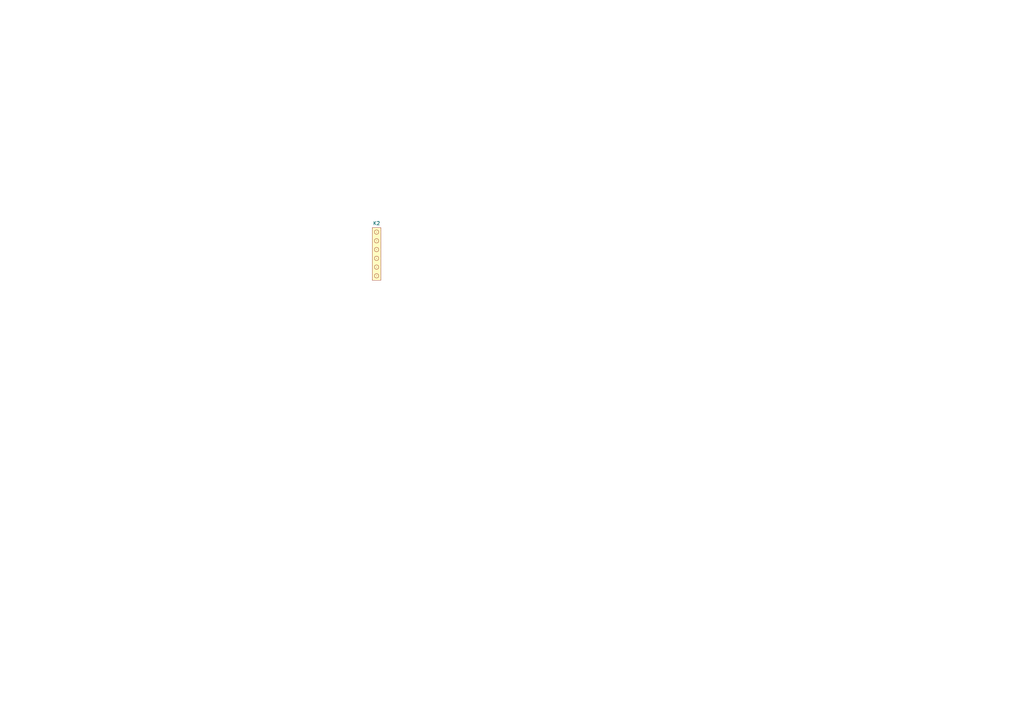
<source format=kicad_sch>
(kicad_sch (version 20250114) (generator "eeschema") (generator_version "9.0")
  (paper "A4")
  (lib_symbols
    (symbol "e-radionica.com schematics:HEADER_MALE_6X1" (pin_numbers (hide yes)) (pin_names (hide yes))
      (property "Reference" "K" (at -0.635 10.16 0))
      (property "Value" "HEADER_MALE_6X1" (at 1.27 -7.62 0))
      (symbol "HEADER_MALE_6X1_0_1"
        (circle (center 0 7.62) (radius 0.635) (stroke (width 0.0006)))
        (circle (center 0 5.08) (radius 0.635) (stroke (width 0.0006)))
        (circle (center 0 2.54) (radius 0.635) (stroke (width 0.0006)))
        (circle (center 0 0) (radius 0.635) (stroke (width 0.0006)))
        (circle (center 0 -2.54) (radius 0.635) (stroke (width 0.0006)))
        (circle (center 0 -5.08) (radius 0.635) (stroke (width 0.0006)))
        (rectangle (start 1.27 -6.35) (end -1.27 8.89) (stroke (width 0.001)) (fill (type background)))
      )
      (symbol "HEADER_MALE_6X1_1_1"
        (pin passive line (at 0 7.62 180) (length 0) (name "~") (number "6"))
        (pin passive line (at 0 5.08 180) (length 0) (name "~") (number "5"))
        (pin passive line (at 0 2.54 180) (length 0) (name "~") (number "4"))
        (pin passive line (at 0 0 180) (length 0) (name "~") (number "3"))
        (pin passive line (at 0 -2.54 180) (length 0) (name "~") (number "2"))
        (pin passive line (at 0 -5.08 180) (length 0) (name "~") (number "1"))
      )
    )
  )
  (symbol (lib_id "e-radionica.com schematics:HEADER_MALE_6X1") (at 109.22 74.93 0) (unit 1)
    (property "Reference" "K2" (at 109.22 64.77 0) (effects (font (size 1 1))))
    (property "Value" "HEADER_MALE_6X1" (effects (hide yes)))
    (property "Footprint" "e-radionica.com footprinti:HEADER_MALE_6X1" (effects (hide yes)))
  )
)
</source>
